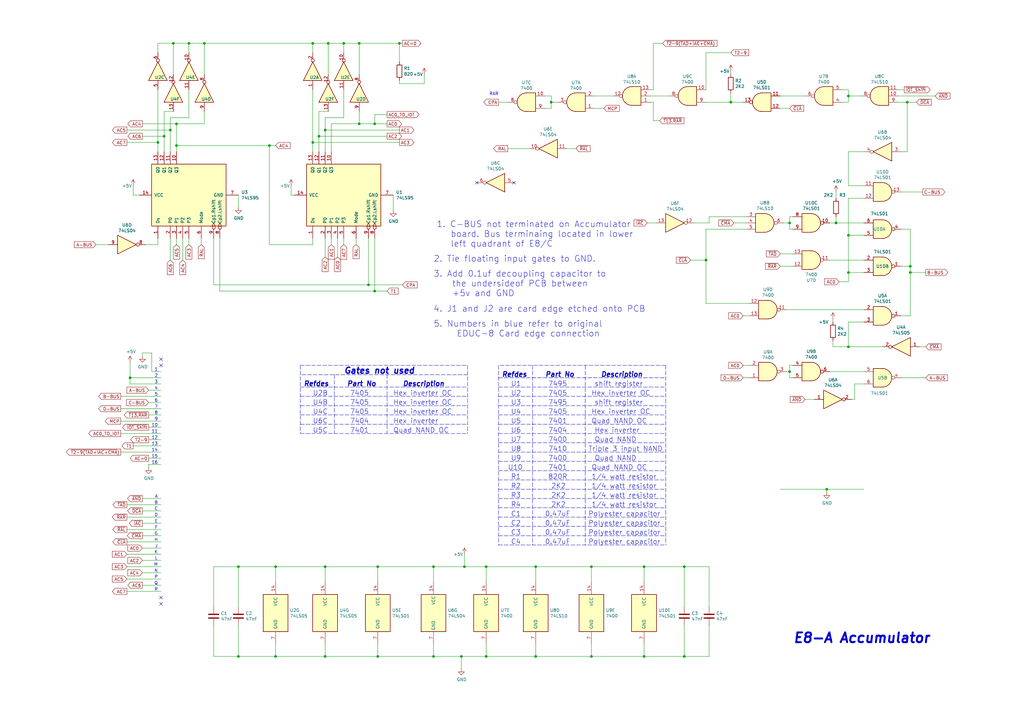
<source format=kicad_sch>
(kicad_sch (version 20211123) (generator eeschema)
  (paper "A3")
  (title_block (title "EDUC-8A") (date "2019-08-04") (rev "1.0"))
  (junction (at 219.71 269.24))
  (junction (at 163.83 17.78))
  (junction (at 339.09 200.66))
  (junction (at 133.35 232.41))
  (junction (at 97.79 232.41))
  (junction (at 323.85 152.4))
  (junction (at 110.49 59.69))
  (junction (at 130.81 55.88))
  (junction (at 190.5 232.41))
  (junction (at 140.97 17.78))
  (junction (at 154.94 269.24))
  (junction (at 77.47 17.78))
  (junction (at 64.77 58.42))
  (junction (at 53.34 154.94))
  (junction (at 72.39 59.69))
  (junction (at 177.8 269.24))
  (junction (at 347.98 111.76))
  (junction (at 347.98 96.52))
  (junction (at 153.67 119.38))
  (junction (at 133.35 53.34))
  (junction (at 83.82 17.78))
  (junction (at 199.39 269.24))
  (junction (at 323.85 91.44))
  (junction (at 199.39 232.41))
  (junction (at 128.27 58.42))
  (junction (at 347.98 39.37))
  (junction (at 280.67 269.24))
  (junction (at 347.98 142.24))
  (junction (at 280.67 232.41))
  (junction (at 373.38 109.22))
  (junction (at 189.23 269.24))
  (junction (at 72.39 50.8))
  (junction (at 147.32 17.78))
  (junction (at 242.57 269.24))
  (junction (at 373.38 111.76))
  (junction (at 372.11 41.91))
  (junction (at 154.94 232.41))
  (junction (at 151.13 116.84))
  (junction (at 264.16 269.24))
  (junction (at 264.16 232.41))
  (junction (at 133.35 269.24))
  (junction (at 299.72 41.91))
  (junction (at 242.57 232.41))
  (junction (at 71.12 17.78))
  (junction (at 177.8 232.41))
  (junction (at 97.79 269.24))
  (junction (at 226.06 41.91))
  (junction (at 219.71 232.41))
  (junction (at 134.62 17.78))
  (junction (at 128.27 17.78))
  (junction (at 69.85 53.34))
  (junction (at 342.9 91.44))
  (junction (at 67.31 55.88))
  (junction (at 289.56 106.68))
  (junction (at 113.03 269.24))
  (junction (at 147.32 50.8))
  (junction (at 153.67 50.8))
  (junction (at 113.03 232.41))
  (no_connect (at 66.04 149.86))
  (no_connect (at 210.82 74.93))
  (no_connect (at 66.04 147.32))
  (no_connect (at 66.04 247.65))
  (no_connect (at 66.04 245.11))
  (no_connect (at 195.58 74.93))
  (polyline (pts (xy 204.47 200.66) (xy 273.05 200.66)))
  (wire (pts (xy 130.81 45.72) (xy 134.62 45.72)))
  (wire (pts (xy 60.96 170.18) (xy 66.04 170.18)))
  (wire (pts (xy 267.97 49.53) (xy 270.51 49.53)))
  (wire (pts (xy 66.04 207.01) (xy 52.07 207.01)))
  (wire (pts (xy 128.27 17.78) (xy 134.62 17.78)))
  (polyline (pts (xy 123.19 158.75) (xy 191.77 158.75)))
  (wire (pts (xy 280.67 232.41) (xy 290.83 232.41)))
  (wire (pts (xy 52.07 232.41) (xy 66.04 232.41)))
  (wire (pts (xy 97.79 232.41) (xy 113.03 232.41)))
  (polyline (pts (xy 191.77 149.86) (xy 191.77 177.8)))
  (wire (pts (xy 306.07 93.98) (xy 289.56 93.98)))
  (wire (pts (xy 60.96 165.1) (xy 66.04 165.1)))
  (wire (pts (xy 133.35 53.34) (xy 163.83 53.34)))
  (wire (pts (xy 72.39 50.8) (xy 58.42 50.8)))
  (polyline (pts (xy 123.19 149.86) (xy 191.77 149.86)))
  (wire (pts (xy 347.98 62.23) (xy 347.98 76.2)))
  (wire (pts (xy 64.77 58.42) (xy 52.07 58.42)))
  (wire (pts (xy 280.67 248.92) (xy 280.67 232.41)))
  (polyline (pts (xy 204.47 193.04) (xy 273.05 193.04)))
  (wire (pts (xy 58.42 224.79) (xy 66.04 224.79)))
  (wire (pts (xy 283.21 106.68) (xy 289.56 106.68)))
  (wire (pts (xy 347.98 115.57) (xy 347.98 111.76)))
  (wire (pts (xy 219.71 232.41) (xy 242.57 232.41)))
  (wire (pts (xy 133.35 232.41) (xy 154.94 232.41)))
  (wire (pts (xy 190.5 227.33) (xy 190.5 232.41)))
  (polyline (pts (xy 123.19 166.37) (xy 191.77 166.37)))
  (wire (pts (xy 64.77 100.33) (xy 59.69 100.33)))
  (wire (pts (xy 177.8 238.76) (xy 177.8 232.41)))
  (wire (pts (xy 266.7 41.91) (xy 267.97 41.91)))
  (wire (pts (xy 67.31 55.88) (xy 67.31 45.72)))
  (wire (pts (xy 113.03 232.41) (xy 133.35 232.41)))
  (polyline (pts (xy 204.47 215.9) (xy 273.05 215.9)))
  (wire (pts (xy 64.77 97.79) (xy 64.77 100.33)))
  (wire (pts (xy 353.06 39.37) (xy 347.98 39.37)))
  (wire (pts (xy 71.12 17.78) (xy 77.47 17.78)))
  (polyline (pts (xy 204.47 185.42) (xy 273.05 185.42)))
  (wire (pts (xy 151.13 116.84) (xy 151.13 97.79)))
  (wire (pts (xy 83.82 50.8) (xy 72.39 50.8)))
  (wire (pts (xy 77.47 17.78) (xy 83.82 17.78)))
  (wire (pts (xy 60.96 187.96) (xy 66.04 187.96)))
  (wire (pts (xy 39.37 100.33) (xy 44.45 100.33)))
  (polyline (pts (xy 204.47 219.71) (xy 273.05 219.71)))
  (wire (pts (xy 64.77 62.23) (xy 64.77 58.42)))
  (wire (pts (xy 138.43 105.41) (xy 138.43 97.79)))
  (wire (pts (xy 154.94 232.41) (xy 177.8 232.41)))
  (polyline (pts (xy 204.47 177.8) (xy 273.05 177.8)))
  (wire (pts (xy 189.23 269.24) (xy 199.39 269.24)))
  (wire (pts (xy 290.83 88.9) (xy 306.07 88.9)))
  (wire (pts (xy 347.98 132.08) (xy 354.33 132.08)))
  (wire (pts (xy 153.67 46.99) (xy 158.75 46.99)))
  (wire (pts (xy 340.36 91.44) (xy 342.9 91.44)))
  (polyline (pts (xy 123.19 173.99) (xy 191.77 173.99)))
  (polyline (pts (xy 273.05 149.86) (xy 204.47 149.86)))
  (wire (pts (xy 140.97 48.26) (xy 133.35 48.26)))
  (wire (pts (xy 339.09 201.93) (xy 339.09 200.66)))
  (wire (pts (xy 304.8 41.91) (xy 299.72 41.91)))
  (wire (pts (xy 53.34 148.59) (xy 53.34 154.94)))
  (wire (pts (xy 66.04 242.57) (xy 52.07 242.57)))
  (wire (pts (xy 133.35 264.16) (xy 133.35 269.24)))
  (wire (pts (xy 66.04 204.47) (xy 58.42 204.47)))
  (wire (pts (xy 304.8 149.86) (xy 307.34 149.86)))
  (polyline (pts (xy 240.03 149.86) (xy 240.03 223.52)))
  (wire (pts (xy 128.27 62.23) (xy 128.27 58.42)))
  (wire (pts (xy 199.39 232.41) (xy 219.71 232.41)))
  (polyline (pts (xy 204.47 212.09) (xy 273.05 212.09)))
  (wire (pts (xy 247.65 44.45) (xy 243.84 44.45)))
  (wire (pts (xy 347.98 81.28) (xy 347.98 96.52)))
  (wire (pts (xy 119.38 76.2) (xy 119.38 80.01)))
  (wire (pts (xy 52.07 227.33) (xy 66.04 227.33)))
  (wire (pts (xy 119.38 80.01) (xy 120.65 80.01)))
  (wire (pts (xy 62.23 144.78) (xy 58.42 144.78)))
  (polyline (pts (xy 204.47 181.61) (xy 273.05 181.61)))
  (wire (pts (xy 83.82 17.78) (xy 83.82 30.48)))
  (polyline (pts (xy 123.19 149.86) (xy 123.19 177.8)))
  (wire (pts (xy 62.23 152.4) (xy 62.23 144.78)))
  (wire (pts (xy 347.98 142.24) (xy 347.98 132.08)))
  (wire (pts (xy 161.29 80.01) (xy 161.29 86.36)))
  (wire (pts (xy 379.73 111.76) (xy 373.38 111.76)))
  (wire (pts (xy 373.38 111.76) (xy 373.38 129.54)))
  (wire (pts (xy 320.04 104.14) (xy 325.12 104.14)))
  (polyline (pts (xy 204.47 208.28) (xy 273.05 208.28)))
  (wire (pts (xy 66.04 222.25) (xy 52.07 222.25)))
  (wire (pts (xy 133.35 53.34) (xy 133.35 62.23)))
  (wire (pts (xy 354.33 106.68) (xy 340.36 106.68)))
  (wire (pts (xy 369.57 93.98) (xy 373.38 93.98)))
  (wire (pts (xy 97.79 256.54) (xy 97.79 269.24)))
  (wire (pts (xy 321.31 91.44) (xy 323.85 91.44)))
  (wire (pts (xy 320.04 109.22) (xy 325.12 109.22)))
  (wire (pts (xy 189.23 274.32) (xy 189.23 269.24)))
  (wire (pts (xy 373.38 109.22) (xy 373.38 111.76)))
  (wire (pts (xy 322.58 152.4) (xy 323.85 152.4)))
  (polyline (pts (xy 218.44 149.86) (xy 218.44 223.52)))
  (wire (pts (xy 77.47 100.33) (xy 77.47 97.79)))
  (wire (pts (xy 289.56 21.59) (xy 299.72 21.59)))
  (wire (pts (xy 71.12 30.48) (xy 71.12 17.78)))
  (wire (pts (xy 267.97 36.83) (xy 267.97 17.78)))
  (wire (pts (xy 87.63 232.41) (xy 97.79 232.41)))
  (polyline (pts (xy 123.19 177.8) (xy 191.77 177.8)))
  (wire (pts (xy 379.73 142.24) (xy 377.19 142.24)))
  (wire (pts (xy 342.9 91.44) (xy 342.9 88.9)))
  (wire (pts (xy 226.06 39.37) (xy 226.06 41.91)))
  (wire (pts (xy 163.83 25.4) (xy 163.83 17.78)))
  (wire (pts (xy 64.77 17.78) (xy 71.12 17.78)))
  (wire (pts (xy 354.33 127) (xy 322.58 127)))
  (wire (pts (xy 342.9 81.28) (xy 342.9 78.74)))
  (wire (pts (xy 342.9 91.44) (xy 354.33 91.44)))
  (wire (pts (xy 204.47 41.91) (xy 208.28 41.91)))
  (wire (pts (xy 341.63 139.7) (xy 341.63 142.24)))
  (wire (pts (xy 54.61 76.2) (xy 54.61 80.01)))
  (wire (pts (xy 77.47 36.83) (xy 77.47 48.26)))
  (wire (pts (xy 54.61 80.01) (xy 57.15 80.01)))
  (wire (pts (xy 284.48 91.44) (xy 290.83 91.44)))
  (wire (pts (xy 173.99 34.29) (xy 173.99 30.48)))
  (wire (pts (xy 135.89 50.8) (xy 135.89 62.23)))
  (wire (pts (xy 325.12 149.86) (xy 323.85 149.86)))
  (wire (pts (xy 373.38 93.98) (xy 373.38 109.22)))
  (wire (pts (xy 82.55 100.33) (xy 82.55 97.79)))
  (polyline (pts (xy 204.47 166.37) (xy 273.05 166.37)))
  (polyline (pts (xy 204.47 149.86) (xy 204.47 223.52)))
  (wire (pts (xy 163.83 34.29) (xy 173.99 34.29)))
  (wire (pts (xy 242.57 264.16) (xy 242.57 269.24)))
  (wire (pts (xy 290.83 248.92) (xy 290.83 232.41)))
  (wire (pts (xy 344.17 115.57) (xy 347.98 115.57)))
  (wire (pts (xy 177.8 264.16) (xy 177.8 269.24)))
  (wire (pts (xy 64.77 21.59) (xy 64.77 17.78)))
  (wire (pts (xy 368.3 36.83) (xy 370.84 36.83)))
  (wire (pts (xy 177.8 269.24) (xy 189.23 269.24)))
  (wire (pts (xy 140.97 21.59) (xy 140.97 17.78)))
  (wire (pts (xy 208.28 60.96) (xy 217.17 60.96)))
  (wire (pts (xy 190.5 232.41) (xy 199.39 232.41)))
  (wire (pts (xy 72.39 50.8) (xy 72.39 59.69)))
  (wire (pts (xy 128.27 36.83) (xy 128.27 58.42)))
  (wire (pts (xy 113.03 59.69) (xy 110.49 59.69)))
  (wire (pts (xy 323.85 93.98) (xy 325.12 93.98)))
  (wire (pts (xy 130.81 55.88) (xy 130.81 45.72)))
  (wire (pts (xy 58.42 144.78) (xy 58.42 146.05)))
  (wire (pts (xy 147.32 45.72) (xy 147.32 50.8)))
  (wire (pts (xy 223.52 39.37) (xy 226.06 39.37)))
  (wire (pts (xy 66.04 190.5) (xy 60.96 190.5)))
  (wire (pts (xy 372.11 41.91) (xy 375.92 41.91)))
  (wire (pts (xy 153.67 50.8) (xy 158.75 50.8)))
  (wire (pts (xy 67.31 45.72) (xy 71.12 45.72)))
  (wire (pts (xy 58.42 229.87) (xy 66.04 229.87)))
  (polyline (pts (xy 204.47 170.18) (xy 273.05 170.18)))
  (polyline (pts (xy 273.05 149.86) (xy 273.05 223.52)))
  (wire (pts (xy 87.63 248.92) (xy 87.63 232.41)))
  (wire (pts (xy 87.63 97.79) (xy 87.63 116.84)))
  (wire (pts (xy 219.71 269.24) (xy 242.57 269.24)))
  (wire (pts (xy 60.96 175.26) (xy 66.04 175.26)))
  (wire (pts (xy 66.04 237.49) (xy 52.07 237.49)))
  (wire (pts (xy 341.63 142.24) (xy 347.98 142.24)))
  (wire (pts (xy 347.98 36.83) (xy 347.98 39.37)))
  (wire (pts (xy 266.7 36.83) (xy 267.97 36.83)))
  (wire (pts (xy 58.42 234.95) (xy 66.04 234.95)))
  (wire (pts (xy 147.32 50.8) (xy 135.89 50.8)))
  (wire (pts (xy 67.31 55.88) (xy 58.42 55.88)))
  (wire (pts (xy 232.41 60.96) (xy 236.22 60.96)))
  (wire (pts (xy 60.96 180.34) (xy 66.04 180.34)))
  (wire (pts (xy 368.3 39.37) (xy 383.54 39.37)))
  (wire (pts (xy 289.56 106.68) (xy 289.56 124.46)))
  (wire (pts (xy 60.96 160.02) (xy 66.04 160.02)))
  (wire (pts (xy 340.36 152.4) (xy 354.33 152.4)))
  (wire (pts (xy 69.85 48.26) (xy 69.85 53.34)))
  (wire (pts (xy 300.99 91.44) (xy 306.07 91.44)))
  (wire (pts (xy 242.57 238.76) (xy 242.57 232.41)))
  (wire (pts (xy 66.04 219.71) (xy 58.42 219.71)))
  (wire (pts (xy 128.27 100.33) (xy 110.49 100.33)))
  (wire (pts (xy 154.94 238.76) (xy 154.94 232.41)))
  (wire (pts (xy 299.72 30.48) (xy 299.72 29.21)))
  (wire (pts (xy 153.67 119.38) (xy 153.67 97.79)))
  (wire (pts (xy 54.61 182.88) (xy 66.04 182.88)))
  (wire (pts (xy 264.16 269.24) (xy 264.16 264.16)))
  (wire (pts (xy 64.77 58.42) (xy 64.77 36.83)))
  (wire (pts (xy 323.85 154.94) (xy 325.12 154.94)))
  (wire (pts (xy 369.57 62.23) (xy 372.11 62.23)))
  (wire (pts (xy 58.42 240.03) (xy 66.04 240.03)))
  (wire (pts (xy 72.39 100.33) (xy 72.39 97.79)))
  (wire (pts (xy 226.06 41.91) (xy 226.06 44.45)))
  (wire (pts (xy 97.79 248.92) (xy 97.79 232.41)))
  (wire (pts (xy 69.85 106.68) (xy 69.85 97.79)))
  (wire (pts (xy 130.81 62.23) (xy 130.81 55.88)))
  (wire (pts (xy 289.56 36.83) (xy 289.56 21.59)))
  (wire (pts (xy 330.2 163.83) (xy 334.01 163.83)))
  (wire (pts (xy 372.11 62.23) (xy 372.11 41.91)))
  (wire (pts (xy 242.57 269.24) (xy 264.16 269.24)))
  (wire (pts (xy 354.33 157.48) (xy 350.52 157.48)))
  (wire (pts (xy 341.63 132.08) (xy 341.63 130.81)))
  (wire (pts (xy 134.62 17.78) (xy 140.97 17.78)))
  (wire (pts (xy 66.04 209.55) (xy 58.42 209.55)))
  (wire (pts (xy 49.53 185.42) (xy 66.04 185.42)))
  (wire (pts (xy 354.33 81.28) (xy 347.98 81.28)))
  (wire (pts (xy 347.98 41.91) (xy 345.44 41.91)))
  (wire (pts (xy 369.57 154.94) (xy 379.73 154.94)))
  (wire (pts (xy 347.98 39.37) (xy 347.98 41.91)))
  (wire (pts (xy 325.12 88.9) (xy 323.85 88.9)))
  (wire (pts (xy 264.16 232.41) (xy 264.16 238.76)))
  (wire (pts (xy 153.67 50.8) (xy 153.67 46.99)))
  (wire (pts (xy 347.98 111.76) (xy 354.33 111.76)))
  (wire (pts (xy 60.96 190.5) (xy 60.96 191.77)))
  (wire (pts (xy 339.09 200.66) (xy 354.33 200.66)))
  (wire (pts (xy 269.24 91.44) (xy 265.43 91.44)))
  (wire (pts (xy 87.63 116.84) (xy 151.13 116.84)))
  (polyline (pts (xy 137.16 153.67) (xy 137.16 177.8)))
  (wire (pts (xy 243.84 39.37) (xy 251.46 39.37)))
  (polyline (pts (xy 191.77 153.67) (xy 123.19 153.67)))
  (wire (pts (xy 228.6 41.91) (xy 226.06 41.91)))
  (wire (pts (xy 66.04 152.4) (xy 62.23 152.4)))
  (polyline (pts (xy 123.19 162.56) (xy 191.77 162.56)))
  (wire (pts (xy 140.97 17.78) (xy 147.32 17.78)))
  (wire (pts (xy 66.04 172.72) (xy 49.53 172.72)))
  (polyline (pts (xy 204.47 173.99) (xy 273.05 173.99)))
  (wire (pts (xy 83.82 45.72) (xy 83.82 50.8)))
  (wire (pts (xy 113.03 238.76) (xy 113.03 232.41)))
  (wire (pts (xy 323.85 152.4) (xy 323.85 154.94)))
  (polyline (pts (xy 123.19 170.18) (xy 191.77 170.18)))
  (wire (pts (xy 134.62 30.48) (xy 134.62 17.78)))
  (wire (pts (xy 69.85 53.34) (xy 69.85 62.23)))
  (wire (pts (xy 49.53 177.8) (xy 66.04 177.8)))
  (wire (pts (xy 354.33 62.23) (xy 347.98 62.23)))
  (wire (pts (xy 177.8 232.41) (xy 190.5 232.41)))
  (wire (pts (xy 66.04 217.17) (xy 52.07 217.17)))
  (wire (pts (xy 369.57 109.22) (xy 373.38 109.22)))
  (wire (pts (xy 66.04 214.63) (xy 58.42 214.63)))
  (wire (pts (xy 135.89 100.33) (xy 135.89 97.79)))
  (wire (pts (xy 87.63 256.54) (xy 87.63 269.24)))
  (wire (pts (xy 369.57 78.74) (xy 378.46 78.74)))
  (wire (pts (xy 264.16 232.41) (xy 280.67 232.41)))
  (wire (pts (xy 350.52 157.48) (xy 350.52 163.83)))
  (polyline (pts (xy 204.47 162.56) (xy 273.05 162.56)))
  (wire (pts (xy 128.27 58.42) (xy 163.83 58.42)))
  (polyline (pts (xy 204.47 223.52) (xy 273.05 223.52)))
  (wire (pts (xy 110.49 59.69) (xy 110.49 100.33)))
  (wire (pts (xy 83.82 17.78) (xy 128.27 17.78)))
  (wire (pts (xy 147.32 17.78) (xy 147.32 30.48)))
  (wire (pts (xy 289.56 124.46) (xy 307.34 124.46)))
  (wire (pts (xy 72.39 59.69) (xy 72.39 62.23)))
  (wire (pts (xy 323.85 149.86) (xy 323.85 152.4)))
  (wire (pts (xy 347.98 76.2) (xy 354.33 76.2)))
  (wire (pts (xy 77.47 21.59) (xy 77.47 17.78)))
  (polyline (pts (xy 204.47 158.75) (xy 273.05 158.75)))
  (wire (pts (xy 67.31 62.23) (xy 67.31 55.88)))
  (wire (pts (xy 299.72 41.91) (xy 299.72 38.1)))
  (wire (pts (xy 97.79 269.24) (xy 113.03 269.24)))
  (wire (pts (xy 154.94 269.24) (xy 177.8 269.24)))
  (wire (pts (xy 266.7 39.37) (xy 274.32 39.37)))
  (wire (pts (xy 323.85 88.9) (xy 323.85 91.44)))
  (wire (pts (xy 140.97 100.33) (xy 140.97 97.79)))
  (polyline (pts (xy 204.47 189.23) (xy 273.05 189.23)))
  (wire (pts (xy 347.98 96.52) (xy 347.98 111.76)))
  (wire (pts (xy 289.56 93.98) (xy 289.56 106.68)))
  (wire (pts (xy 74.93 106.68) (xy 74.93 97.79)))
  (wire (pts (xy 53.34 154.94) (xy 66.04 154.94)))
  (wire (pts (xy 53.34 157.48) (xy 53.34 154.94)))
  (wire (pts (xy 163.83 17.78) (xy 165.1 17.78)))
  (wire (pts (xy 49.53 162.56) (xy 66.04 162.56)))
  (polyline (pts (xy 204.47 196.85) (xy 273.05 196.85)))
  (wire (pts (xy 140.97 36.83) (xy 140.97 48.26)))
  (wire (pts (xy 289.56 41.91) (xy 299.72 41.91)))
  (wire (pts (xy 242.57 232.41) (xy 264.16 232.41)))
  (wire (pts (xy 154.94 264.16) (xy 154.94 269.24)))
  (wire (pts (xy 350.52 163.83) (xy 349.25 163.83)))
  (wire (pts (xy 90.17 119.38) (xy 153.67 119.38)))
  (polyline (pts (xy 158.75 153.67) (xy 158.75 177.8)))
  (wire (pts (xy 304.8 154.94) (xy 307.34 154.94)))
  (wire (pts (xy 290.83 91.44) (xy 290.83 88.9)))
  (wire (pts (xy 361.95 142.24) (xy 347.98 142.24)))
  (wire (pts (xy 133.35 269.24) (xy 154.94 269.24)))
  (wire (pts (xy 151.13 116.84) (xy 165.1 116.84)))
  (wire (pts (xy 97.79 80.01) (xy 97.79 85.09)))
  (wire (pts (xy 264.16 269.24) (xy 280.67 269.24)))
  (wire (pts (xy 354.33 96.52) (xy 347.98 96.52)))
  (polyline (pts (xy 204.47 204.47) (xy 273.05 204.47)))
  (wire (pts (xy 199.39 269.24) (xy 219.71 269.24)))
  (wire (pts (xy 372.11 41.91) (xy 368.3 41.91)))
  (wire (pts (xy 87.63 269.24) (xy 97.79 269.24)))
  (wire (pts (xy 128.27 97.79) (xy 128.27 100.33)))
  (wire (pts (xy 267.97 17.78) (xy 271.78 17.78)))
  (wire (pts (xy 69.85 53.34) (xy 52.07 53.34)))
  (wire (pts (xy 345.44 36.83) (xy 347.98 36.83)))
  (wire (pts (xy 199.39 264.16) (xy 199.39 269.24)))
  (wire (pts (xy 130.81 55.88) (xy 158.75 55.88)))
  (wire (pts (xy 128.27 21.59) (xy 128.27 17.78)))
  (wire (pts (xy 153.67 119.38) (xy 158.75 119.38)))
  (wire (pts (xy 373.38 129.54) (xy 369.57 129.54)))
  (wire (pts (xy 199.39 238.76) (xy 199.39 232.41)))
  (wire (pts (xy 320.04 39.37) (xy 330.2 39.37)))
  (wire (pts (xy 133.35 48.26) (xy 133.35 53.34)))
  (wire (pts (xy 323.85 91.44) (xy 323.85 93.98)))
  (wire (pts (xy 77.47 48.26) (xy 69.85 48.26)))
  (wire (pts (xy 113.03 264.16) (xy 113.03 269.24)))
  (wire (pts (xy 147.32 50.8) (xy 153.67 50.8)))
  (wire (pts (xy 226.06 44.45) (xy 223.52 44.45)))
  (wire (pts (xy 66.04 212.09) (xy 52.07 212.09)))
  (wire (pts (xy 219.71 264.16) (xy 219.71 269.24)))
  (wire (pts (xy 49.53 167.64) (xy 66.04 167.64)))
  (wire (pts (xy 304.8 129.54) (xy 307.34 129.54)))
  (wire (pts (xy 320.04 200.66) (xy 339.09 200.66)))
  (wire (pts (xy 219.71 232.41) (xy 219.71 238.76)))
  (wire (pts (xy 290.83 256.54) (xy 290.83 269.24)))
  (wire (pts (xy 66.04 157.48) (xy 53.34 157.48)))
  (wire (pts (xy 113.03 269.24) (xy 133.35 269.24)))
  (wire (pts (xy 280.67 269.24) (xy 290.83 269.24)))
  (polyline (pts (xy 204.47 154.94) (xy 273.05 154.94)))
  (wire (pts (xy 320.04 44.45) (xy 323.85 44.45)))
  (wire (pts (xy 163.83 33.02) (xy 163.83 34.29)))
  (wire (pts (xy 133.35 105.41) (xy 133.35 97.79)))
  (wire (pts (xy 110.49 59.69) (xy 72.39 59.69)))
  (wire (pts (xy 147.32 17.78) (xy 163.83 17.78)))
  (wire (pts (xy 267.97 41.91) (xy 267.97 49.53)))
  (wire (pts (xy 146.05 100.33) (xy 146.05 97.79)))
  (wire (pts (xy 133.35 238.76) (xy 133.35 232.41)))
  (wire (pts (xy 280.67 256.54) (xy 280.67 269.24)))
  (wire (pts (xy 90.17 97.79) (xy 90.17 119.38)))
  (text "Q" (at 64.77 240.03 180) (effects (font (size 1.27 1.27)) (justify right bottom)))
  (text "7401" (at 143.51 177.8 0) (effects (font (size 2.0066 2.0066)) (justify left bottom)))
  (text "Quad NAND OC" (at 161.29 177.8 0) (effects (font (size 2.0066 2.0066)) (justify left bottom)))
  (text "7405" (at 224.79 170.18 0) (effects (font (size 2.0066 2.0066)) (justify left bottom)))
  (text "7401" (at 224.79 173.99 0) (effects (font (size 2.0066 2.0066)) (justify left bottom)))
  (text "R" (at 64.77 242.57 180) (effects (font (size 1.27 1.27)) (justify right bottom)))
  (text "Description" (at 165.1 158.75 0) (effects (font (size 2.0066 2.0066) (thickness 0.4013) bold italic) (justify left bottom)))
  (text "7404" (at 143.51 173.99 0) (effects (font (size 2.0066 2.0066)) (justify left bottom)))
  (text "9" (at 64.77 172.72 180) (effects (font (size 1.27 1.27)) (justify right bottom)))
  (text "3" (at 64.77 157.48 180) (effects (font (size 1.27 1.27)) (justify right bottom)))
  (text "M" (at 64.77 232.41 180) (effects (font (size 1.27 1.27)) (justify right bottom)))
  (text "7" (at 64.77 167.64 180) (effects (font (size 1.27 1.27)) (justify right bottom)))
  (text "Refdes" (at 124.46 158.75 0) (effects (font (size 2.0066 2.0066) (thickness 0.4013) bold italic) (justify left bottom)))
  (text "Quad NAND" (at 243.84 189.23 0) (effects (font (size 2.0066 2.0066)) (justify left bottom)))
  (text "8" (at 64.77 170.18 180) (effects (font (size 1.27 1.27)) (justify right bottom)))
  (text "3. Add 0.1uf decoupling capacitor to \n    the undersideof PCB between \n    +5v and GND" (at 177.8 121.92 0) (effects (font (size 2.4892 2.4892)) (justify left bottom)))
  (text "E8-A Accumulator" (at 325.12 264.16 0) (effects (font (size 3.9878 3.9878) (thickness 0.7976) bold italic) (justify left bottom)))
  (text "C2" (at 209.55 215.9 0) (effects (font (size 2.0066 2.0066)) (justify left bottom)))
  (text "Polyester capacitor" (at 241.3 212.09 0) (effects (font (size 2.0066 2.0066)) (justify left bottom)))
  (text "H" (at 64.77 222.25 180) (effects (font (size 1.27 1.27)) (justify right bottom)))
  (text "1/4 watt resistor" (at 242.57 200.66 0) (effects (font (size 2.0066 2.0066)) (justify left bottom)))
  (text "U10" (at 208.28 193.04 0) (effects (font (size 2.0066 2.0066)) (justify left bottom)))
  (text "Description" (at 246.38 154.94 0) (effects (font (size 2.0066 2.0066) (thickness 0.4013) bold italic) (justify left bottom)))
  (text "16" (at 64.77 190.5 180) (effects (font (size 1.27 1.27)) (justify right bottom)))
  (text "U7" (at 209.55 181.61 0) (effects (font (size 2.0066 2.0066)) (justify left bottom)))
  (text "7405" (at 224.79 162.56 0) (effects (font (size 2.0066 2.0066)) (justify left bottom)))
  (text "Quad NAND" (at 243.84 181.61 0) (effects (font (size 2.0066 2.0066)) (justify left bottom)))
  (text "C3" (at 209.55 219.71 0) (effects (font (size 2.0066 2.0066)) (justify left bottom)))
  (text "U6C" (at 128.27 173.99 0) (effects (font (size 2.0066 2.0066)) (justify left bottom)))
  (text "Hex inverter OC" (at 161.29 162.56 0) (effects (font (size 2.0066 2.0066)) (justify left bottom)))
  (text "11" (at 64.77 177.8 180) (effects (font (size 1.27 1.27)) (justify right bottom)))
  (text "1. C-BUS not terminated on Accumulator\n   board. Bus terminaing located in lower \n   left quadrant of E8/C\n" (at 179.07 101.6 0) (effects (font (size 2.4892 2.4892)) (justify left bottom)))
  (text "D" (at 64.77 212.09 180) (effects (font (size 1.27 1.27)) (justify right bottom)))
  (text "2. Tie floating input gates to GND. \n " (at 177.8 111.76 0) (effects (font (size 2.4892 2.4892)) (justify left bottom)))
  (text "C1" (at 209.55 212.09 0) (effects (font (size 2.0066 2.0066)) (justify left bottom)))
  (text "C" (at 64.77 209.55 180) (effects (font (size 1.27 1.27)) (justify right bottom)))
  (text "Quad NAND OC" (at 242.57 173.99 0) (effects (font (size 2.0066 2.0066)) (justify left bottom)))
  (text "2K2" (at 226.06 200.66 0) (effects (font (size 2.0066 2.0066)) (justify left bottom)))
  (text "6" (at 64.77 165.1 180) (effects (font (size 1.27 1.27)) (justify right bottom)))
  (text "10" (at 64.77 175.26 180) (effects (font (size 1.27 1.27)) (justify right bottom)))
  (text "Quad NAND OC" (at 242.57 193.04 0) (effects (font (size 2.0066 2.0066)) (justify left bottom)))
  (text "7405" (at 143.51 166.37 0) (effects (font (size 2.0066 2.0066)) (justify left bottom)))
  (text "4. J1 and J2 are card edge etched onto PCB" (at 177.8 128.27 0) (effects (font (size 2.4892 2.4892)) (justify left bottom)))
  (text "7400" (at 224.79 181.61 0) (effects (font (size 2.0066 2.0066)) (justify left bottom)))
  (text "C4" (at 209.55 223.52 0) (effects (font (size 2.0066 2.0066)) (justify left bottom)))
  (text "Hex inverter OC" (at 161.29 166.37 0) (effects (font (size 2.0066 2.0066)) (justify left bottom)))
  (text "820R" (at 224.79 196.85 0) (effects (font (size 2.0066 2.0066)) (justify left bottom)))
  (text "Part No" (at 223.52 154.94 0) (effects (font (size 2.0066 2.0066) (thickness 0.4013) bold italic) (justify left bottom)))
  (text "U2" (at 209.55 162.56 0) (effects (font (size 2.0066 2.0066)) (justify left bottom)))
  (text "U1" (at 209.55 158.75 0) (effects (font (size 2.0066 2.0066)) (justify left bottom)))
  (text "Gates not used" (at 140.97 153.67 0) (effects (font (size 2.4892 2.4892) (thickness 0.4978) bold italic) (justify left bottom)))
  (text "1/4 watt resistor" (at 242.57 204.47 0) (effects (font (size 2.0066 2.0066)) (justify left bottom)))
  (text "RAR" (at 200.66 39.37 0) (effects (font (size 1.27 1.27)) (justify left bottom)))
  (text "R2" (at 209.55 200.66 0) (effects (font (size 2.0066 2.0066)) (justify left bottom)))
  (text "0.47uF" (at 223.52 215.9 0) (effects (font (size 2.0066 2.0066)) (justify left bottom)))
  (text "7405" (at 143.51 170.18 0) (effects (font (size 2.0066 2.0066)) (justify left bottom)))
  (text "R3" (at 209.55 204.47 0) (effects (font (size 2.0066 2.0066)) (justify left bottom)))
  (text "7495" (at 224.79 158.75 0) (effects (font (size 2.0066 2.0066)) (justify left bottom)))
  (text "7401\n" (at 224.79 193.04 0) (effects (font (size 2.0066 2.0066)) (justify left bottom)))
  (text "B" (at 64.77 207.01 180) (effects (font (size 1.27 1.27)) (justify right bottom)))
  (text "U4C" (at 128.27 170.18 0) (effects (font (size 2.0066 2.0066)) (justify left bottom)))
  (text "0.47uF" (at 223.52 223.52 0) (effects (font (size 2.0066 2.0066)) (justify left bottom)))
  (text "1" (at 64.77 152.4 180) (effects (font (size 1.27 1.27)) (justify right bottom)))
  (text "0.47uF" (at 223.52 212.09 0) (effects (font (size 2.0066 2.0066)) (justify left bottom)))
  (text "N" (at 64.77 234.95 180) (effects (font (size 1.27 1.27)) (justify right bottom)))
  (text "4" (at 64.77 160.02 180) (effects (font (size 1.27 1.27)) (justify right bottom)))
  (text "7410" (at 224.79 185.42 0) (effects (font (size 2.0066 2.0066)) (justify left bottom)))
  (text "15" (at 64.77 187.96 180) (effects (font (size 1.27 1.27)) (justify right bottom)))
  (text "P" (at 64.77 237.49 180) (effects (font (size 1.27 1.27)) (justify right bottom)))
  (text "1/4 watt resistor" (at 242.57 196.85 0) (effects (font (size 2.0066 2.0066)) (justify left bottom)))
  (text "U5" (at 209.55 173.99 0) (effects (font (size 2.0066 2.0066)) (justify left bottom)))
  (text "0.47uF" (at 223.52 219.71 0) (effects (font (size 2.0066 2.0066)) (justify left bottom)))
  (text "Hex inverter OC" (at 242.57 162.56 0) (effects (font (size 2.0066 2.0066)) (justify left bottom)))
  (text "Part No" (at 142.24 158.75 0) (effects (font (size 2.0066 2.0066) (thickness 0.4013) bold italic) (justify left bottom)))
  (text "R1" (at 209.55 196.85 0) (effects (font (size 2.0066 2.0066)) (justify left bottom)))
  (text "shift register" (at 243.84 158.75 0) (effects (font (size 2.0066 2.0066)) (justify left bottom)))
  (text "U8" (at 209.55 185.42 0) (effects (font (size 2.0066 2.0066)) (justify left bottom)))
  (text "U6" (at 209.55 177.8 0) (effects (font (size 2.0066 2.0066)) (justify left bottom)))
  (text "Triple 3 input NAND\n" (at 241.3 185.42 0) (effects (font (size 2.0066 2.0066)) (justify left bottom)))
  (text "U3" (at 209.55 166.37 0) (effects (font (size 2.0066 2.0066)) (justify left bottom)))
  (text "K" (at 64.77 227.33 180) (effects (font (size 1.27 1.27)) (justify right bottom)))
  (text "L" (at 63.5 229.87 0) (effects (font (size 1.27 1.27)) (justify left bottom)))
  (text "7400" (at 224.79 189.23 0) (effects (font (size 2.0066 2.0066)) (justify left bottom)))
  (text "2K2" (at 226.06 204.47 0) (effects (font (size 2.0066 2.0066)) (justify left bottom)))
  (text "U5C" (at 128.27 177.8 0) (effects (font (size 2.0066 2.0066)) (justify left bottom)))
  (text "Hex inverter OC" (at 242.57 170.18 0) (effects (font (size 2.0066 2.0066)) (justify left bottom)))
  (text "F" (at 64.77 217.17 180) (effects (font (size 1.27 1.27)) (justify right bottom)))
  (text "Refdes" (at 205.74 154.94 0) (effects (font (size 2.0066 2.0066) (thickness 0.4013) bold italic) (justify left bottom)))
  (text "shift register" (at 243.84 166.37 0) (effects (font (size 2.0066 2.0066)) (justify left bottom)))
  (text "U4B" (at 128.27 166.37 0) (effects (font (size 2.0066 2.0066)) (justify left bottom)))
  (text "12" (at 64.77 180.34 180) (effects (font (size 1.27 1.27)) (justify right bottom)))
  (text "2" (at 64.77 154.94 180) (effects (font (size 1.27 1.27)) (justify right bottom)))
  (text "Hex inverter" (at 243.84 177.8 0) (effects (font (size 2.0066 2.0066)) (justify left bottom)))
  (text "1/4 watt resistor" (at 242.57 208.28 0) (effects (font (size 2.0066 2.0066)) (justify left bottom)))
  (text "Hex inverter OC" (at 161.29 170.18 0) (effects (font (size 2.0066 2.0066)) (justify left bottom)))
  (text "G" (at 64.77 219.71 180) (effects (font (size 1.27 1.27)) (justify right bottom)))
  (text "7495" (at 224.79 166.37 0) (effects (font (size 2.0066 2.0066)) (justify left bottom)))
  (text "Polyester capacitor" (at 241.3 215.9 0) (effects (font (size 2.0066 2.0066)) (justify left bottom)))
  (text "Hex inverter" (at 161.29 173.99 0) (effects (font (size 2.0066 2.0066)) (justify left bottom)))
  (text "Polyester capacitor" (at 241.3 219.71 0) (effects (font (size 2.0066 2.0066)) (justify left bottom)))
  (text "7405" (at 143.51 162.56 0) (effects (font (size 2.0066 2.0066)) (justify left bottom)))
  (text "U4" (at 209.55 170.18 0) (effects (font (size 2.0066 2.0066)) (justify left bottom)))
  (text "J" (at 64.77 224.79 180) (effects (font (size 1.27 1.27)) (justify right bottom)))
  (text "U9" (at 209.55 189.23 0) (effects (font (size 2.0066 2.0066)) (justify left bottom)))
  (text "5" (at 64.77 162.56 180) (effects (font (size 1.27 1.27)) (justify right bottom)))
  (text "R4" (at 209.55 208.28 0) (effects (font (size 2.0066 2.0066)) (justify left bottom)))
  (text "2K2" (at 226.06 208.28 0) (effects (font (size 2.0066 2.0066)) (justify left bottom)))
  (text "Polyester capacitor" (at 241.3 223.52 0) (effects (font (size 2.0066 2.0066)) (justify left bottom)))
  (text "A" (at 64.77 204.47 180) (effects (font (size 1.27 1.27)) (justify right bottom)))
  (text "14" (at 64.77 185.42 180) (effects (font (size 1.27 1.27)) (justify right bottom)))
  (text "13" (at 64.77 182.88 180) (effects (font (size 1.27 1.27)) (justify right bottom)))
  (text "7404" (at 224.79 177.8 0) (effects (font (size 2.0066 2.0066)) (justify left bottom)))
  (text "U2B" (at 128.27 162.56 0) (effects (font (size 2.0066 2.0066)) (justify left bottom)))
  (text "E" (at 64.77 214.63 180) (effects (font (size 1.27 1.27)) (justify right bottom)))
  (text "5. Numbers in blue refer to original \n     EDUC-8 Card edge connection" (at 177.8 138.43 0) (effects (font (size 2.4892 2.4892)) (justify left bottom)))
  (global_label "RAL" (shape input) (at 146.05 100.33 270) (property "Intersheet References" "${INTERSHEET_REFS}" (effects hide)))
  (global_label "C-BUS" (shape output) (at 378.46 78.74 0) (property "Intersheet References" "${INTERSHEET_REFS}" (effects hide)))
  (global_label "AC1" (shape input) (at 135.89 100.33 270) (property "Intersheet References" "${INTERSHEET_REFS}" (effects hide)))
  (global_label "AC4" (shape output) (at 58.42 50.8 180) (property "Intersheet References" "${INTERSHEET_REFS}" (effects hide)))
  (global_label "AC5" (shape input) (at 52.07 237.49 180) (property "Intersheet References" "${INTERSHEET_REFS}" (effects hide)))
  (global_label "AC1" (shape input) (at 52.07 227.33 180) (property "Intersheet References" "${INTERSHEET_REFS}" (effects hide)))
  (global_label "AC0_TO_IOT" (shape output) (at 158.75 46.99 0) (property "Intersheet References" "${INTERSHEET_REFS}" (effects hide)))
  (global_label "~{CLA}" (shape output) (at 52.07 222.25 180) (property "Intersheet References" "${INTERSHEET_REFS}" (effects hide)))
  (global_label "AC7" (shape output) (at 52.07 58.42 180) (property "Intersheet References" "${INTERSHEET_REFS}" (effects hide)))
  (global_label "B-BUS" (shape output) (at 49.53 162.56 180) (property "Intersheet References" "${INTERSHEET_REFS}" (effects hide)))
  (global_label "B-BUS" (shape output) (at 379.73 111.76 0) (property "Intersheet References" "${INTERSHEET_REFS}" (effects hide)))
  (global_label "~{TAD}" (shape input) (at 320.04 104.14 180) (property "Intersheet References" "${INTERSHEET_REFS}" (effects hide)))
  (global_label "AC0" (shape input) (at 304.8 129.54 180) (property "Intersheet References" "${INTERSHEET_REFS}" (effects hide)))
  (global_label "AC4" (shape input) (at 58.42 234.95 180) (property "Intersheet References" "${INTERSHEET_REFS}" (effects hide)))
  (global_label "AC2" (shape input) (at 133.35 105.41 270) (property "Intersheet References" "${INTERSHEET_REFS}" (effects hide)))
  (global_label "AC=0" (shape output) (at 60.96 187.96 180) (property "Intersheet References" "${INTERSHEET_REFS}" (effects hide)))
  (global_label "AC7" (shape input) (at 140.97 100.33 270) (property "Intersheet References" "${INTERSHEET_REFS}" (effects hide)))
  (global_label "RAL" (shape input) (at 82.55 100.33 270) (property "Intersheet References" "${INTERSHEET_REFS}" (effects hide)))
  (global_label "A-BUS" (shape input) (at 39.37 100.33 180) (property "Intersheet References" "${INTERSHEET_REFS}" (effects hide)))
  (global_label "AC3" (shape output) (at 163.83 58.42 0) (property "Intersheet References" "${INTERSHEET_REFS}" (effects hide)))
  (global_label "~{AND}" (shape output) (at 58.42 204.47 180) (property "Intersheet References" "${INTERSHEET_REFS}" (effects hide)))
  (global_label "~{T13.RAR}" (shape input) (at 270.51 49.53 0) (property "Intersheet References" "${INTERSHEET_REFS}" (effects hide)))
  (global_label "AC2" (shape input) (at 58.42 229.87 180) (property "Intersheet References" "${INTERSHEET_REFS}" (effects hide)))
  (global_label "AC0" (shape input) (at 58.42 224.79 180) (property "Intersheet References" "${INTERSHEET_REFS}" (effects hide)))
  (global_label "AC=0" (shape output) (at 165.1 17.78 0) (property "Intersheet References" "${INTERSHEET_REFS}" (effects hide)))
  (global_label "A-BUS" (shape input) (at 60.96 160.02 180) (property "Intersheet References" "${INTERSHEET_REFS}" (effects hide)))
  (global_label "~{CMA}" (shape input) (at 300.99 91.44 180) (property "Intersheet References" "${INTERSHEET_REFS}" (effects hide)))
  (global_label "AC0" (shape input) (at 304.8 149.86 180) (property "Intersheet References" "${INTERSHEET_REFS}" (effects hide)))
  (global_label "~{CMA}" (shape input) (at 379.73 142.24 0) (property "Intersheet References" "${INTERSHEET_REFS}" (effects hide)))
  (global_label "~{T2-9(TAD+IAC+CMA})" (shape output) (at 49.53 185.42 180) (property "Intersheet References" "${INTERSHEET_REFS}" (effects hide)))
  (global_label "CPA" (shape output) (at 204.47 41.91 180) (property "Intersheet References" "${INTERSHEET_REFS}" (effects hide)))
  (global_label "AC6" (shape input) (at 69.85 106.68 270) (property "Intersheet References" "${INTERSHEET_REFS}" (effects hide)))
  (global_label "AC4" (shape input) (at 74.93 106.68 270) (property "Intersheet References" "${INTERSHEET_REFS}" (effects hide)))
  (global_label "AC6" (shape output) (at 58.42 240.03 180) (property "Intersheet References" "${INTERSHEET_REFS}" (effects hide)))
  (global_label "AC3" (shape input) (at 52.07 232.41 180) (property "Intersheet References" "${INTERSHEET_REFS}" (effects hide)))
  (global_label "~{RAL}" (shape input) (at 236.22 60.96 0) (property "Intersheet References" "${INTERSHEET_REFS}" (effects hide)))
  (global_label "T2-9" (shape output) (at 60.96 180.34 180) (property "Intersheet References" "${INTERSHEET_REFS}" (effects hide)))
  (global_label "~{T13.RAR}" (shape output) (at 60.96 170.18 180) (property "Intersheet References" "${INTERSHEET_REFS}" (effects hide)))
  (global_label "AC5" (shape output) (at 52.07 53.34 180) (property "Intersheet References" "${INTERSHEET_REFS}" (effects hide)))
  (global_label "~{RAL}" (shape output) (at 52.07 217.17 180) (property "Intersheet References" "${INTERSHEET_REFS}" (effects hide)))
  (global_label "~{IOT_Shift}" (shape output) (at 370.84 36.83 0) (property "Intersheet References" "${INTERSHEET_REFS}" (effects hide)))
  (global_label "CPA" (shape input) (at 165.1 116.84 0) (property "Intersheet References" "${INTERSHEET_REFS}" (effects hide)))
  (global_label "C-BUS" (shape input) (at 60.96 165.1 180) (property "Intersheet References" "${INTERSHEET_REFS}" (effects hide)))
  (global_label "RAL" (shape output) (at 208.28 60.96 180) (property "Intersheet References" "${INTERSHEET_REFS}" (effects hide)))
  (global_label "~{T2-9(TAD+IAC+CMA})" (shape input) (at 271.78 17.78 0) (property "Intersheet References" "${INTERSHEET_REFS}" (effects hide)))
  (global_label "~{CLA}" (shape input) (at 283.21 106.68 180) (property "Intersheet References" "${INTERSHEET_REFS}" (effects hide)))
  (global_label "AC4" (shape input) (at 113.03 59.69 0) (property "Intersheet References" "${INTERSHEET_REFS}" (effects hide)))
  (global_label "T1" (shape input) (at 158.75 119.38 0) (property "Intersheet References" "${INTERSHEET_REFS}" (effects hide)))
  (global_label "~{RAR}" (shape output) (at 52.07 212.09 180) (property "Intersheet References" "${INTERSHEET_REFS}" (effects hide)))
  (global_label "T2-9" (shape input) (at 299.72 21.59 0) (property "Intersheet References" "${INTERSHEET_REFS}" (effects hide)))
  (global_label "~{AND}" (shape input) (at 383.54 39.37 0) (property "Intersheet References" "${INTERSHEET_REFS}" (effects hide)))
  (global_label "AC1" (shape output) (at 163.83 53.34 0) (property "Intersheet References" "${INTERSHEET_REFS}" (effects hide)))
  (global_label "AC0_TO_IOT" (shape output) (at 49.53 177.8 180) (property "Intersheet References" "${INTERSHEET_REFS}" (effects hide)))
  (global_label "AC2" (shape output) (at 158.75 55.88 0) (property "Intersheet References" "${INTERSHEET_REFS}" (effects hide)))
  (global_label "~{RAR}" (shape input) (at 320.04 109.22 180) (property "Intersheet References" "${INTERSHEET_REFS}" (effects hide)))
  (global_label "AC0" (shape output) (at 158.75 50.8 0) (property "Intersheet References" "${INTERSHEET_REFS}" (effects hide)))
  (global_label "A-BUS" (shape input) (at 379.73 154.94 0) (property "Intersheet References" "${INTERSHEET_REFS}" (effects hide)))
  (global_label "~{DCA}" (shape input) (at 375.92 41.91 0) (property "Intersheet References" "${INTERSHEET_REFS}" (effects hide)))
  (global_label "MCP" (shape output) (at 49.53 172.72 180) (property "Intersheet References" "${INTERSHEET_REFS}" (effects hide)))
  (global_label "~{IAC}" (shape input) (at 265.43 91.44 180) (property "Intersheet References" "${INTERSHEET_REFS}" (effects hide)))
  (global_label "~{AND}" (shape input) (at 330.2 163.83 180) (property "Intersheet References" "${INTERSHEET_REFS}" (effects hide)))
  (global_label "~{DCA}" (shape output) (at 58.42 209.55 180) (property "Intersheet References" "${INTERSHEET_REFS}" (effects hide)))
  (global_label "AC0" (shape input) (at 344.17 115.57 180) (property "Intersheet References" "${INTERSHEET_REFS}" (effects hide)))
  (global_label "MCP" (shape input) (at 247.65 44.45 0) (property "Intersheet References" "${INTERSHEET_REFS}" (effects hide)))
  (global_label "AC6" (shape output) (at 58.42 55.88 180) (property "Intersheet References" "${INTERSHEET_REFS}" (effects hide)))
  (global_label "~{CLA}" (shape input) (at 323.85 44.45 0) (property "Intersheet References" "${INTERSHEET_REFS}" (effects hide)))
  (global_label "~{CMA}" (shape output) (at 58.42 219.71 180) (property "Intersheet References" "${INTERSHEET_REFS}" (effects hide)))
  (global_label "D-BUS" (shape input) (at 304.8 154.94 180) (property "Intersheet References" "${INTERSHEET_REFS}" (effects hide)))
  (global_label "T1" (shape output) (at 54.61 182.88 180) (property "Intersheet References" "${INTERSHEET_REFS}" (effects hide)))
  (global_label "~{TAD}" (shape output) (at 52.07 207.01 180) (property "Intersheet References" "${INTERSHEET_REFS}" (effects hide)))
  (global_label "AC0" (shape input) (at 138.43 105.41 270) (property "Intersheet References" "${INTERSHEET_REFS}" (effects hide)))
  (global_label "D-BUS" (shape output) (at 49.53 167.64 180) (property "Intersheet References" "${INTERSHEET_REFS}" (effects hide)))
  (global_label "~{IOT_Shift}" (shape output) (at 60.96 175.26 180) (property "Intersheet References" "${INTERSHEET_REFS}" (effects hide)))
  (global_label "AC5" (shape input) (at 72.39 100.33 270) (property "Intersheet References" "${INTERSHEET_REFS}" (effects hide)))
  (global_label "~{IAC}" (shape output) (at 58.42 214.63 180) (property "Intersheet References" "${INTERSHEET_REFS}" (effects hide)))
  (global_label "AC3" (shape input) (at 77.47 100.33 270) (property "Intersheet References" "${INTERSHEET_REFS}" (effects hide)))
  (global_label "AC7" (shape output) (at 52.07 242.57 180) (property "Intersheet References" "${INTERSHEET_REFS}" (effects hide)))
  (symbol (lib_id "Accumulator-rescue:Card_handle-EDUC-8") (at 320.04 194.31 0) (unit 1)
    (property "Reference" "H1" (at 329.6412 195.2498 0) (effects (justify left)))
    (property "Value" "Card_handle" (at 329.6412 197.5612 0) (effects (justify left)))
    (property "Footprint" "EDUC-8:Card_handle" (effects hide))
  )
  (symbol (lib_id "Accumulator-rescue:Card_handle-EDUC-8") (at 354.33 194.31 0) (unit 1)
    (property "Reference" "H2" (at 363.9312 195.2498 0) (effects (justify left)))
    (property "Value" "Card_handle" (at 363.9312 197.5612 0) (effects (justify left)))
    (property "Footprint" "EDUC-8:Card_handle" (effects hide))
  )
  (symbol (lib_id "power:GND") (at 339.09 201.93 0) (unit 1)
    (property "Reference" "#PWR0114" (effects hide))
    (property "Value" "GND" (at 339.217 206.3242 0))
  )
  (symbol (lib_id "Accumulator-rescue:16-way-pcb-edge-Educ-8-connectors-EDUC-8") (at 68.58 173.99 0) (unit 1)
    (property "Reference" "J1" (at 74.3712 170.1546 0) (effects (justify left)))
    (property "Value" "16-way-pcb-edge-Educ-8-connectors" (at 74.3712 172.466 0) (effects (justify left)))
    (property "Footprint" "Connector_PCBEdge:PCB_16pin" (effects hide))
  )
  (symbol (lib_id "Accumulator-rescue:16-way-pcb-edge-Educ-8-connectors-EDUC-8") (at 68.58 226.06 0) (unit 1)
    (property "Reference" "J2" (at 74.3712 222.2246 0) (effects (justify left)))
    (property "Value" "16-way-pcb-edge-Educ-8-connectors" (at 74.3712 224.536 0) (effects (justify left)))
    (property "Footprint" "Connector_PCBEdge:PCB_16pin" (effects hide))
  )
  (symbol (lib_id "74xx:74LS95") (at 77.47 80.01 90) (unit 1)
    (property "Reference" "U3" (at 98.9076 78.8416 90) (effects (justify right)))
    (property "Value" "74LS95" (at 98.9076 81.153 90) (effects (justify right)))
    (property "Footprint" "Package_DIP:DIP-14_W7.62mm_LongPads" (effects hide))
    (property "Datasheet" "http://www.ti.com/lit/gpn/sn74LS95" (effects hide))
  )
  (symbol (lib_id "74xx:74LS95") (at 140.97 80.01 90) (unit 1)
    (property "Reference" "U1" (at 162.4076 78.8416 90) (effects (justify right)))
    (property "Value" "74LS95" (at 162.4076 81.153 90) (effects (justify right)))
    (property "Footprint" "Package_DIP:DIP-14_W7.62mm_LongPads" (effects hide))
    (property "Datasheet" "http://www.ti.com/lit/gpn/sn74LS95" (effects hide))
  )
  (symbol (lib_id "74xx:74LS05") (at 64.77 29.21 90) (unit 3)
    (property "Reference" "U2" (at 63.5 31.75 90) (effects (justify right)))
    (property "Value" "74LS05" (effects hide))
    (property "Footprint" "Package_DIP:DIP-14_W7.62mm_LongPads" (effects hide))
    (property "Datasheet" "http://www.ti.com/lit/gpn/sn74LS05" (effects hide))
  )
  (symbol (lib_id "74xx:74LS05") (at 71.12 38.1 90) (unit 6)
    (property "Reference" "U4" (at 69.85 40.64 90) (effects (justify right)))
    (property "Value" "74LS05" (effects hide))
    (property "Footprint" "Package_DIP:DIP-14_W7.62mm_LongPads" (effects hide))
    (property "Datasheet" "http://www.ti.com/lit/gpn/sn74LS05" (effects hide))
  )
  (symbol (lib_id "74xx:74LS05") (at 77.47 29.21 90) (unit 5)
    (property "Reference" "U4" (at 76.2 31.75 90) (effects (justify right)))
    (property "Value" "74LS05" (effects hide))
    (property "Footprint" "Package_DIP:DIP-14_W7.62mm_LongPads" (effects hide))
    (property "Datasheet" "http://www.ti.com/lit/gpn/sn74LS05" (effects hide))
  )
  (symbol (lib_id "74xx:74LS05") (at 83.82 38.1 90) (unit 4)
    (property "Reference" "U4" (at 82.55 40.64 90) (effects (justify right)))
    (property "Value" "74LS05" (effects hide))
    (property "Footprint" "Package_DIP:DIP-14_W7.62mm_LongPads" (effects hide))
    (property "Datasheet" "http://www.ti.com/lit/gpn/sn74LS05" (effects hide))
  )
  (symbol (lib_id "74xx:74LS05") (at 128.27 29.21 90) (unit 1)
    (property "Reference" "U2" (at 127 31.75 90) (effects (justify right)))
    (property "Value" "74LS05" (effects hide))
    (property "Footprint" "Package_DIP:DIP-14_W7.62mm_LongPads" (effects hide))
    (property "Datasheet" "http://www.ti.com/lit/gpn/sn74LS05" (effects hide))
  )
  (symbol (lib_id "74xx:74LS05") (at 134.62 38.1 90) (unit 6)
    (property "Reference" "U2" (at 133.35 40.64 90) (effects (justify right)))
    (property "Value" "74LS05" (effects hide))
    (property "Footprint" "Package_DIP:DIP-14_W7.62mm_LongPads" (effects hide))
    (property "Datasheet" "http://www.ti.com/lit/gpn/sn74LS05" (effects hide))
  )
  (symbol (lib_id "74xx:74LS05") (at 140.97 29.21 90) (unit 5)
    (property "Reference" "U2" (at 139.7 31.75 90) (effects (justify right)))
    (property "Value" "74LS05" (effects hide))
    (property "Footprint" "Package_DIP:DIP-14_W7.62mm_LongPads" (effects hide))
    (property "Datasheet" "http://www.ti.com/lit/gpn/sn74LS05" (effects hide))
  )
  (symbol (lib_id "74xx:74LS05") (at 147.32 38.1 90) (unit 4)
    (property "Reference" "U2" (at 146.05 40.64 90) (effects (justify right)))
    (property "Value" "74LS05" (effects hide))
    (property "Footprint" "Package_DIP:DIP-14_W7.62mm_LongPads" (effects hide))
    (property "Datasheet" "http://www.ti.com/lit/gpn/sn74LS05" (effects hide))
  )
  (symbol (lib_id "74xx:74LS10") (at 360.68 39.37 180) (unit 3)
    (property "Reference" "U8" (at 360.68 31.3182 0))
    (property "Value" "74LS10" (at 360.68 33.6296 0))
    (property "Datasheet" "http://www.ti.com/lit/gpn/sn74LS10" (effects hide))
  )
  (symbol (lib_id "74xx:7400") (at 337.82 39.37 180) (unit 2)
    (property "Reference" "U7" (at 337.82 31.3182 0))
    (property "Value" "7400" (at 337.82 33.6296 0))
    (property "Datasheet" "http://www.ti.com/lit/gpn/sn7400" (effects hide))
  )
  (symbol (lib_id "74xx:74LS01") (at 361.95 93.98 0) (mirror x) (unit 2)
    (property "Reference" "U10" (at 361.95 109.22 0))
    (property "Value" "74LS01" (at 360.68 87.63 0))
    (property "Footprint" "Package_DIP:DIP-14_W7.62mm_LongPads" (effects hide))
    (property "Datasheet" "http://www.nteinc.com/specs/7400to7499/pdf/nte74LS01.pdf" (effects hide))
  )
  (symbol (lib_id "74xx:74LS01") (at 361.95 109.22 0) (unit 1)
    (property "Reference" "U10" (at 360.68 93.98 0))
    (property "Value" "74LS01" (at 361.95 103.2764 0))
    (property "Footprint" "Package_DIP:DIP-14_W7.62mm_LongPads" (effects hide))
    (property "Datasheet" "http://www.nteinc.com/specs/7400to7499/pdf/nte74LS01.pdf" (effects hide))
  )
  (symbol (lib_id "74xx:74LS01") (at 361.95 129.54 0) (unit 1)
    (property "Reference" "U5" (at 361.95 121.285 0))
    (property "Value" "74LS01" (at 361.95 123.5964 0))
    (property "Footprint" "Package_DIP:DIP-14_W7.62mm_LongPads" (effects hide))
    (property "Datasheet" "http://www.nteinc.com/specs/7400to7499/pdf/nte74LS01.pdf" (effects hide))
  )
  (symbol (lib_id "74xx:74LS01") (at 312.42 41.91 0) (mirror y) (unit 4)
    (property "Reference" "U5" (at 312.42 33.655 0))
    (property "Value" "74LS01" (at 312.42 35.9664 0))
    (property "Footprint" "Package_DIP:DIP-14_W7.62mm_LongPads" (effects hide))
    (property "Datasheet" "http://www.nteinc.com/specs/7400to7499/pdf/nte74LS01.pdf" (effects hide))
  )
  (symbol (lib_id "Device:R") (at 299.72 34.29 0) (unit 1)
    (property "Reference" "R2" (at 301.498 33.1216 0) (effects (justify left)))
    (property "Value" "2K2" (at 301.498 35.433 0) (effects (justify left)))
    (property "Footprint" "Resistor_THT:R_Axial_DIN0207_L6.3mm_D2.5mm_P10.16mm_Horizontal" (effects hide))
  )
  (symbol (lib_id "74xx:74LS01") (at 361.95 78.74 0) (unit 4)
    (property "Reference" "U10" (at 361.95 70.485 0))
    (property "Value" "74LS01" (at 361.95 72.7964 0))
    (property "Footprint" "Package_DIP:DIP-14_W7.62mm_LongPads" (effects hide))
    (property "Datasheet" "http://www.nteinc.com/specs/7400to7499/pdf/nte74LS01.pdf" (effects hide))
  )
  (symbol (lib_id "74xx:74LS04") (at 361.95 62.23 180) (unit 2)
    (property "Reference" "U6" (at 361.95 54.1782 0))
    (property "Value" "74LS04" (at 361.95 56.4896 0))
    (property "Footprint" "Package_DIP:DIP-14_W7.62mm_LongPads" (effects hide))
    (property "Datasheet" "http://www.ti.com/lit/gpn/sn74LS04" (effects hide))
  )
  (symbol (lib_id "74xx:74LS01") (at 332.74 91.44 0) (unit 3)
    (property "Reference" "U10" (at 332.74 83.185 0))
    (property "Value" "74LS01" (at 332.74 85.4964 0))
    (property "Footprint" "Package_DIP:DIP-14_W7.62mm_LongPads" (effects hide))
    (property "Datasheet" "http://www.nteinc.com/specs/7400to7499/pdf/nte74LS01.pdf" (effects hide))
  )
  (symbol (lib_id "74xx:74LS10") (at 313.69 91.44 0) (unit 2)
    (property "Reference" "U8" (at 313.69 83.185 0))
    (property "Value" "74LS10" (at 313.69 85.4964 0))
    (property "Datasheet" "http://www.ti.com/lit/gpn/sn74LS10" (effects hide))
  )
  (symbol (lib_id "Device:R") (at 342.9 85.09 0) (unit 1)
    (property "Reference" "R3" (at 344.17 80.01 0) (effects (justify left)))
    (property "Value" "2K2" (at 337.82 80.01 0) (effects (justify left)))
    (property "Footprint" "Resistor_THT:R_Axial_DIN0207_L6.3mm_D2.5mm_P10.16mm_Horizontal" (effects hide))
  )
  (symbol (lib_id "74xx:7400") (at 314.96 127 0) (unit 4)
    (property "Reference" "U9" (at 314.96 118.745 0))
    (property "Value" "7400" (at 314.96 121.0564 0))
    (property "Datasheet" "http://www.ti.com/lit/gpn/sn7400" (effects hide))
  )
  (symbol (lib_id "74xx:7400") (at 314.96 152.4 0) (mirror x) (unit 1)
    (property "Reference" "U9" (at 314.96 144.3482 0))
    (property "Value" "7400" (at 314.96 146.6596 0))
    (property "Datasheet" "http://www.ti.com/lit/gpn/sn7400" (effects hide))
  )
  (symbol (lib_id "74xx:7400") (at 332.74 152.4 0) (unit 2)
    (property "Reference" "U9" (at 332.74 144.145 0))
    (property "Value" "7400" (at 332.74 146.4564 0))
    (property "Datasheet" "http://www.ti.com/lit/gpn/sn7400" (effects hide))
  )
  (symbol (lib_id "74xx:74LS04") (at 341.63 163.83 0) (unit 1)
    (property "Reference" "U6" (at 341.63 155.7782 0))
    (property "Value" "74LS04" (at 341.63 158.0896 0))
    (property "Footprint" "Package_DIP:DIP-14_W7.62mm_LongPads" (effects hide))
    (property "Datasheet" "http://www.ti.com/lit/gpn/sn74LS04" (effects hide))
  )
  (symbol (lib_id "Device:R") (at 341.63 135.89 0) (unit 1)
    (property "Reference" "R4" (at 343.408 134.7216 0) (effects (justify left)))
    (property "Value" "2K2" (at 343.408 137.033 0) (effects (justify left)))
    (property "Footprint" "Resistor_THT:R_Axial_DIN0207_L6.3mm_D2.5mm_P10.16mm_Horizontal" (effects hide))
  )
  (symbol (lib_id "74xx:74LS04") (at 276.86 91.44 0) (unit 6)
    (property "Reference" "U6" (at 276.86 83.3882 0))
    (property "Value" "74LS04" (at 276.86 85.6996 0))
    (property "Footprint" "Package_DIP:DIP-14_W7.62mm_LongPads" (effects hide))
    (property "Datasheet" "http://www.ti.com/lit/gpn/sn74LS04" (effects hide))
  )
  (symbol (lib_id "74xx:7400") (at 281.94 39.37 180) (unit 3)
    (property "Reference" "U9" (at 281.94 31.3182 0))
    (property "Value" "7400" (at 281.94 33.6296 0))
    (property "Datasheet" "http://www.ti.com/lit/gpn/sn7400" (effects hide))
  )
  (symbol (lib_id "74xx:74LS10") (at 259.08 39.37 180) (unit 1)
    (property "Reference" "U8" (at 259.08 31.3182 0))
    (property "Value" "74LS10" (at 259.08 33.6296 0))
    (property "Datasheet" "http://www.ti.com/lit/gpn/sn74LS10" (effects hide))
  )
  (symbol (lib_id "74xx:7400") (at 236.22 41.91 180) (unit 1)
    (property "Reference" "U7" (at 236.22 33.8582 0))
    (property "Value" "7400" (at 236.22 36.1696 0))
    (property "Datasheet" "http://www.ti.com/lit/gpn/sn7400" (effects hide))
  )
  (symbol (lib_id "74xx:7400") (at 215.9 41.91 180) (unit 3)
    (property "Reference" "U7" (at 215.9 33.8582 0))
    (property "Value" "7400" (at 215.9 36.1696 0))
    (property "Datasheet" "http://www.ti.com/lit/gpn/sn7400" (effects hide))
  )
  (symbol (lib_id "74xx:7400") (at 332.74 106.68 0) (mirror x) (unit 4)
    (property "Reference" "U7" (at 332.74 114.935 0))
    (property "Value" "7400" (at 332.74 112.6236 0))
    (property "Datasheet" "http://www.ti.com/lit/gpn/sn7400" (effects hide))
  )
  (symbol (lib_id "power:+5V") (at 342.9 78.74 0) (unit 1)
    (property "Reference" "#PWR0101" (effects hide))
    (property "Value" "+5V" (at 343.281 74.3458 0))
  )
  (symbol (lib_id "power:+5V") (at 299.72 29.21 0) (unit 1)
    (property "Reference" "#PWR0102" (effects hide))
    (property "Value" "+5V" (at 297.18 29.21 0))
  )
  (symbol (lib_id "power:+5V") (at 341.63 130.81 0) (unit 1)
    (property "Reference" "#PWR0103" (effects hide))
    (property "Value" "+5V" (at 337.82 132.08 0))
  )
  (symbol (lib_id "74xx:74LS04") (at 52.07 100.33 0) (unit 4)
    (property "Reference" "U6" (at 52.07 92.2782 0))
    (property "Value" "74LS04" (at 52.07 94.5896 0))
    (property "Footprint" "Package_DIP:DIP-14_W7.62mm_LongPads" (effects hide))
    (property "Datasheet" "http://www.ti.com/lit/gpn/sn74LS04" (effects hide))
  )
  (symbol (lib_id "74xx:74LS04") (at 224.79 60.96 180) (unit 5)
    (property "Reference" "U6" (at 224.79 52.9082 0))
    (property "Value" "74LS04" (at 224.79 55.2196 0))
    (property "Footprint" "Package_DIP:DIP-14_W7.62mm_LongPads" (effects hide))
    (property "Datasheet" "http://www.ti.com/lit/gpn/sn74LS04" (effects hide))
  )
  (symbol (lib_id "Device:R") (at 163.83 29.21 0) (unit 1)
    (property "Reference" "R1" (at 165.608 28.0416 0) (effects (justify left)))
    (property "Value" "820" (at 165.608 30.353 0) (effects (justify left)))
    (property "Footprint" "Resistor_THT:R_Axial_DIN0207_L6.3mm_D2.5mm_P10.16mm_Horizontal" (effects hide))
  )
  (symbol (lib_id "power:+5V") (at 173.99 30.48 0) (unit 1)
    (property "Reference" "#PWR0104" (effects hide))
    (property "Value" "+5V" (at 171.45 30.48 0))
  )
  (symbol (lib_id "power:+5V") (at 119.38 76.2 0) (unit 1)
    (property "Reference" "#PWR0105" (effects hide))
    (property "Value" "+5V" (at 116.84 76.2 0))
  )
  (symbol (lib_id "power:+5V") (at 54.61 76.2 0) (unit 1)
    (property "Reference" "#PWR0106" (effects hide))
    (property "Value" "+5V" (at 52.07 76.2 0))
  )
  (symbol (lib_id "power:GND") (at 60.96 191.77 0) (unit 1)
    (property "Reference" "#PWR0107" (effects hide))
    (property "Value" "GND" (at 61.087 196.1642 0))
  )
  (symbol (lib_id "power:GND") (at 58.42 146.05 0) (unit 1)
    (property "Reference" "#PWR0108" (effects hide))
    (property "Value" "GND" (at 58.547 150.4442 0))
  )
  (symbol (lib_id "power:+5V") (at 53.34 148.59 0) (unit 1)
    (property "Reference" "#PWR0109" (effects hide))
    (property "Value" "+5V" (at 53.721 144.1958 0))
  )
  (symbol (lib_id "74xx:74LS01") (at 361.95 154.94 0) (unit 2)
    (property "Reference" "U5" (at 361.95 154.94 0))
    (property "Value" "74LS01" (at 360.68 161.29 0))
    (property "Footprint" "Package_DIP:DIP-14_W7.62mm_LongPads" (effects hide))
    (property "Datasheet" "http://www.nteinc.com/specs/7400to7499/pdf/nte74LS01.pdf" (effects hide))
  )
  (symbol (lib_id "74xx:74LS05") (at 369.57 142.24 180) (unit 1)
    (property "Reference" "U4" (at 369.57 134.1882 0))
    (property "Value" "74LS05" (at 369.57 136.4996 0))
    (property "Footprint" "Package_DIP:DIP-14_W7.62mm_LongPads" (effects hide))
    (property "Datasheet" "http://www.ti.com/lit/gpn/sn74LS05" (effects hide))
  )
  (symbol (lib_id "74xx:74LS04") (at 203.2 74.93 180) (unit 3)
    (property "Reference" "U6" (at 203.2 66.8782 0))
    (property "Value" "74LS04" (at 203.2 69.1896 0))
    (property "Footprint" "Package_DIP:DIP-14_W7.62mm_LongPads" (effects hide))
    (property "Datasheet" "http://www.ti.com/lit/gpn/sn74LS04" (effects hide))
  )
  (symbol (lib_id "74xx:74LS05") (at 113.03 251.46 0) (unit 7)
    (property "Reference" "U2" (at 118.872 250.2916 0) (effects (justify left)))
    (property "Value" "74LS05" (at 118.872 252.603 0) (effects (justify left)))
    (property "Footprint" "Package_DIP:DIP-14_W7.62mm_LongPads" (effects hide))
    (property "Datasheet" "http://www.ti.com/lit/gpn/sn74LS05" (effects hide))
  )
  (symbol (lib_id "74xx:74LS05") (at 133.35 251.46 0) (unit 7)
    (property "Reference" "U4" (at 139.192 250.2916 0) (effects (justify left)))
    (property "Value" "74LS05" (at 139.192 252.603 0) (effects (justify left)))
    (property "Footprint" "Package_DIP:DIP-14_W7.62mm_LongPads" (effects hide))
    (property "Datasheet" "http://www.ti.com/lit/gpn/sn74LS05" (effects hide))
  )
  (symbol (lib_id "74xx:74LS01") (at 154.94 251.46 0) (unit 5)
    (property "Reference" "U5" (at 160.782 250.2916 0) (effects (justify left)))
    (property "Value" "74LS01" (at 160.782 252.603 0) (effects (justify left)))
    (property "Footprint" "Package_DIP:DIP-14_W7.62mm_LongPads" (effects hide))
    (property "Datasheet" "http://www.nteinc.com/specs/7400to7499/pdf/nte74LS01.pdf" (effects hide))
  )
  (symbol (lib_id "74xx:74LS01") (at 264.16 251.46 0) (unit 5)
    (property "Reference" "U10" (at 270.002 250.2916 0) (effects (justify left)))
    (property "Value" "74LS01" (at 270.002 252.603 0) (effects (justify left)))
    (property "Footprint" "Package_DIP:DIP-14_W7.62mm_LongPads" (effects hide))
    (property "Datasheet" "http://www.nteinc.com/specs/7400to7499/pdf/nte74LS01.pdf" (effects hide))
  )
  (symbol (lib_id "74xx:74LS04") (at 177.8 251.46 0) (unit 7)
    (property "Reference" "U6" (at 183.642 250.2916 0) (effects (justify left)))
    (property "Value" "74LS04" (at 183.642 252.603 0) (effects (justify left)))
    (property "Footprint" "Package_DIP:DIP-14_W7.62mm_LongPads" (effects hide))
    (property "Datasheet" "http://www.ti.com/lit/gpn/sn74LS04" (effects hide))
  )
  (symbol (lib_id "74xx:7400") (at 199.39 251.46 0) (unit 5)
    (property "Reference" "U7" (at 205.232 250.2916 0) (effects (justify left)))
    (property "Value" "7400" (at 205.232 252.603 0) (effects (justify left)))
    (property "Footprint" "Package_DIP:DIP-14_W7.62mm_LongPads" (effects hide))
    (property "Datasheet" "http://www.ti.com/lit/gpn/sn7400" (effects hide))
  )
  (symbol (lib_id "74xx:74LS10") (at 219.71 251.46 0) (unit 4)
    (property "Reference" "U8" (at 225.552 250.2916 0) (effects (justify left)))
    (property "Value" "74LS10" (at 225.552 252.603 0) (effects (justify left)))
    (property "Footprint" "Package_DIP:DIP-14_W7.62mm_LongPads" (effects hide))
    (property "Datasheet" "http://www.ti.com/lit/gpn/sn74LS10" (effects hide))
  )
  (symbol (lib_id "74xx:7400") (at 242.57 251.46 0) (unit 5)
    (property "Reference" "U9" (at 248.412 250.2916 0) (effects (justify left)))
    (property "Value" "7400" (at 248.412 252.603 0) (effects (justify left)))
    (property "Footprint" "Package_DIP:DIP-14_W7.62mm_LongPads" (effects hide))
    (property "Datasheet" "http://www.ti.com/lit/gpn/sn7400" (effects hide))
  )
  (symbol (lib_id "power:+5V") (at 190.5 227.33 0) (unit 1)
    (property "Reference" "#PWR0110" (effects hide))
    (property "Value" "+5V" (at 187.96 227.33 0))
  )
  (symbol (lib_id "power:GND") (at 189.23 274.32 0) (unit 1)
    (property "Reference" "#PWR0111" (effects hide))
    (property "Value" "GND" (at 189.357 278.7142 0))
  )
  (symbol (lib_id "power:GND") (at 161.29 86.36 0) (unit 1)
    (property "Reference" "#PWR0112" (effects hide))
    (property "Value" "GND" (at 161.417 90.7542 0))
  )
  (symbol (lib_id "power:GND") (at 97.79 85.09 0) (unit 1)
    (property "Reference" "#PWR0113" (effects hide))
    (property "Value" "GND" (at 97.917 89.4842 0))
  )
  (symbol (lib_id "Device:C") (at 97.79 252.73 0) (unit 1)
    (property "Reference" "C2" (at 100.711 251.5616 0) (effects (justify left)))
    (property "Value" "47nF" (at 100.711 253.873 0) (effects (justify left)))
    (property "Footprint" "Capacitor_THT:C_Rect_L11.0mm_W2.8mm_P10.00mm_MKT" (effects hide))
  )
  (symbol (lib_id "Device:C") (at 87.63 252.73 0) (unit 1)
    (property "Reference" "C1" (at 90.551 251.5616 0) (effects (justify left)))
    (property "Value" "47nF" (at 90.551 253.873 0) (effects (justify left)))
    (property "Footprint" "Capacitor_THT:C_Rect_L11.0mm_W2.8mm_P10.00mm_MKT" (effects hide))
  )
  (symbol (lib_id "Device:C") (at 290.83 252.73 0) (unit 1)
    (property "Reference" "C4" (at 293.751 251.5616 0) (effects (justify left)))
    (property "Value" "47nF" (at 293.751 253.873 0) (effects (justify left)))
    (property "Footprint" "Capacitor_THT:C_Rect_L11.0mm_W2.8mm_P10.00mm_MKT" (effects hide))
  )
  (symbol (lib_id "Device:C") (at 280.67 252.73 0) (unit 1)
    (property "Reference" "C3" (at 283.591 251.5616 0) (effects (justify left)))
    (property "Value" "47nF" (at 283.591 253.873 0) (effects (justify left)))
    (property "Footprint" "Capacitor_THT:C_Rect_L11.0mm_W2.8mm_P10.00mm_MKT" (effects hide))
  )
)
</source>
